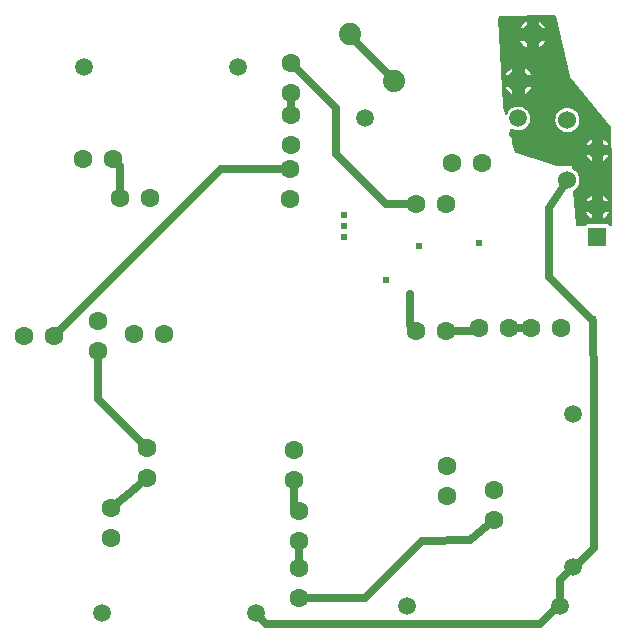
<source format=gtl>
G04 Layer: TopLayer*
G04 EasyEDA v6.5.44, 2024-09-01 12:15:54*
G04 53d8b5472e5b460ebcb2cbf6e45b9b15,9332716679504667801b7cb99b0421ba,10*
G04 Gerber Generator version 0.2*
G04 Scale: 100 percent, Rotated: No, Reflected: No *
G04 Dimensions in millimeters *
G04 leading zeros omitted , absolute positions ,4 integer and 5 decimal *
%FSLAX45Y45*%
%MOMM*%

%ADD10C,0.6350*%
%ADD11C,1.5240*%
%ADD12C,1.6000*%
%ADD13C,1.5000*%
%ADD14C,1.8796*%
%ADD15R,1.6000X1.6000*%
%ADD16C,0.6200*%
%ADD17C,0.0165*%

%LPD*%
G36*
X5177993Y3568700D02*
G01*
X5174386Y3569360D01*
X5171236Y3571290D01*
X5168950Y3574186D01*
X5167884Y3577742D01*
X5156200Y3683254D01*
X5144262Y3868216D01*
X5144617Y3871671D01*
X5146141Y3874820D01*
X5148630Y3877259D01*
X5155946Y3882288D01*
X5166106Y3891432D01*
X5174894Y3901846D01*
X5182209Y3913327D01*
X5187950Y3925722D01*
X5192014Y3938727D01*
X5194249Y3952189D01*
X5194706Y3965803D01*
X5193385Y3979367D01*
X5190185Y3992626D01*
X5185308Y4005376D01*
X5178755Y4017314D01*
X5170678Y4028287D01*
X5161178Y4038092D01*
X5150459Y4046575D01*
X5134762Y4055922D01*
X5132628Y4058970D01*
X5131714Y4062577D01*
X5130850Y4075684D01*
X5129987Y4076700D01*
X5005628Y4076700D01*
X5002072Y4077360D01*
X4902047Y4114850D01*
X4653534Y4189425D01*
X4650486Y4190898D01*
X4648149Y4193286D01*
X4646676Y4196334D01*
X4623206Y4278528D01*
X4622800Y4281322D01*
X4622800Y4316984D01*
X4622088Y4318711D01*
X4601819Y4338980D01*
X4599736Y4342028D01*
X4598873Y4345686D01*
X4599381Y4349343D01*
X4609693Y4380230D01*
X4609033Y4383125D01*
X4607407Y4387291D01*
X4607763Y4391710D01*
X4609998Y4395622D01*
X4613656Y4398162D01*
X4618075Y4398873D01*
X4622393Y4397654D01*
X4633417Y4391609D01*
X4646015Y4386732D01*
X4659122Y4383633D01*
X4672533Y4382262D01*
X4685995Y4382719D01*
X4699254Y4384954D01*
X4712157Y4388967D01*
X4724400Y4394606D01*
X4735728Y4401870D01*
X4746040Y4410557D01*
X4755083Y4420565D01*
X4762703Y4431690D01*
X4768748Y4443730D01*
X4773168Y4456430D01*
X4775860Y4469638D01*
X4776774Y4483100D01*
X4775860Y4496562D01*
X4773168Y4509770D01*
X4768748Y4522470D01*
X4762703Y4534509D01*
X4755083Y4545634D01*
X4746040Y4555642D01*
X4735728Y4564329D01*
X4724400Y4571593D01*
X4712157Y4577232D01*
X4699254Y4581245D01*
X4685995Y4583480D01*
X4672533Y4583938D01*
X4659122Y4582566D01*
X4646015Y4579467D01*
X4633417Y4574590D01*
X4621631Y4568139D01*
X4610760Y4560163D01*
X4601057Y4550765D01*
X4592726Y4540199D01*
X4585868Y4528616D01*
X4581042Y4517237D01*
X4578604Y4513783D01*
X4574997Y4511598D01*
X4570780Y4511090D01*
X4566767Y4512310D01*
X4563567Y4515104D01*
X4561789Y4518914D01*
X4546803Y4583836D01*
X4546549Y4585614D01*
X4509008Y5336286D01*
X4509617Y5340299D01*
X4511700Y5343702D01*
X4515002Y5346090D01*
X4518914Y5346954D01*
X4982921Y5359196D01*
X4986324Y5358688D01*
X4989322Y5357114D01*
X4991658Y5354574D01*
X4993030Y5351424D01*
X5117846Y4839766D01*
X5118760Y4837836D01*
X5458917Y4409490D01*
X5460492Y4406696D01*
X5461152Y4403598D01*
X5474106Y4073144D01*
X5474106Y3578860D01*
X5473293Y3574948D01*
X5471109Y3571697D01*
X5467807Y3569462D01*
X5463946Y3568700D01*
X5457037Y3568700D01*
X5453684Y3569258D01*
X5450738Y3570935D01*
X5448452Y3573475D01*
X5446928Y3575913D01*
X5442813Y3580028D01*
X5437936Y3583076D01*
X5432450Y3585006D01*
X5426151Y3585718D01*
X5267248Y3585718D01*
X5260949Y3585006D01*
X5255463Y3583076D01*
X5250586Y3580028D01*
X5246471Y3575913D01*
X5244947Y3573475D01*
X5242661Y3570935D01*
X5239715Y3569258D01*
X5236362Y3568700D01*
G37*

%LPC*%
G36*
X5393029Y3638854D02*
G01*
X5399633Y3642106D01*
X5411165Y3649776D01*
X5421579Y3658920D01*
X5430723Y3669334D01*
X5438394Y3680866D01*
X5441645Y3687470D01*
X5393029Y3687470D01*
G37*
G36*
X5300370Y3638854D02*
G01*
X5300370Y3687470D01*
X5251754Y3687470D01*
X5255006Y3680866D01*
X5262676Y3669334D01*
X5271820Y3658920D01*
X5282234Y3649776D01*
X5293766Y3642106D01*
G37*
G36*
X5251754Y3780129D02*
G01*
X5300370Y3780129D01*
X5300370Y3828745D01*
X5293766Y3825494D01*
X5282234Y3817823D01*
X5271820Y3808679D01*
X5262676Y3798265D01*
X5255006Y3786733D01*
G37*
G36*
X5393029Y3780129D02*
G01*
X5441645Y3780129D01*
X5438394Y3786733D01*
X5430723Y3798265D01*
X5421579Y3808679D01*
X5411165Y3817823D01*
X5399633Y3825494D01*
X5393029Y3828745D01*
G37*
G36*
X5302250Y4124756D02*
G01*
X5302250Y4171950D01*
X5255056Y4171950D01*
X5257190Y4167327D01*
X5264505Y4155846D01*
X5273294Y4145432D01*
X5283454Y4136288D01*
X5294680Y4128566D01*
G37*
G36*
X5391150Y4124756D02*
G01*
X5398719Y4128566D01*
X5409946Y4136288D01*
X5420106Y4145432D01*
X5428894Y4155846D01*
X5436209Y4167327D01*
X5438343Y4171950D01*
X5391150Y4171950D01*
G37*
G36*
X5254904Y4260850D02*
G01*
X5302250Y4260850D01*
X5302250Y4308195D01*
X5300675Y4307535D01*
X5288940Y4300575D01*
X5278221Y4292092D01*
X5268722Y4282287D01*
X5260644Y4271314D01*
G37*
G36*
X5391150Y4260850D02*
G01*
X5438495Y4260850D01*
X5432755Y4271314D01*
X5424678Y4282287D01*
X5415178Y4292092D01*
X5404459Y4300575D01*
X5392724Y4307535D01*
X5391150Y4308195D01*
G37*
G36*
X5092700Y4368292D02*
G01*
X5106314Y4369206D01*
X5119674Y4371949D01*
X5132578Y4376420D01*
X5144719Y4382566D01*
X5155946Y4390288D01*
X5166106Y4399432D01*
X5174894Y4409846D01*
X5182209Y4421327D01*
X5187950Y4433722D01*
X5192014Y4446727D01*
X5194249Y4460189D01*
X5194706Y4473803D01*
X5193385Y4487367D01*
X5190185Y4500626D01*
X5185308Y4513376D01*
X5178755Y4525314D01*
X5170678Y4536287D01*
X5161178Y4546092D01*
X5150459Y4554575D01*
X5138724Y4561535D01*
X5126177Y4566818D01*
X5113020Y4570425D01*
X5099507Y4572254D01*
X5085892Y4572254D01*
X5072380Y4570425D01*
X5059222Y4566818D01*
X5046675Y4561535D01*
X5034940Y4554575D01*
X5024221Y4546092D01*
X5014722Y4536287D01*
X5006644Y4525314D01*
X5000091Y4513376D01*
X4995214Y4500626D01*
X4992014Y4487367D01*
X4990693Y4473803D01*
X4991150Y4460189D01*
X4993386Y4446727D01*
X4997450Y4433722D01*
X5003190Y4421327D01*
X5010505Y4409846D01*
X5019294Y4399432D01*
X5029454Y4390288D01*
X5040680Y4382566D01*
X5052822Y4376420D01*
X5065725Y4371949D01*
X5079085Y4369206D01*
G37*
G36*
X4731258Y4693259D02*
G01*
X4744110Y4700676D01*
X4755896Y4709566D01*
X4766462Y4719828D01*
X4775758Y4731359D01*
X4783531Y4743907D01*
X4785055Y4747260D01*
X4731258Y4747260D01*
G37*
G36*
X4624578Y4693513D02*
G01*
X4624578Y4747260D01*
X4570730Y4747260D01*
X4575962Y4737506D01*
X4584496Y4725466D01*
X4594453Y4714544D01*
X4605680Y4704943D01*
X4617974Y4696815D01*
G37*
G36*
X4570730Y4853940D02*
G01*
X4624578Y4853940D01*
X4624578Y4907686D01*
X4617974Y4904384D01*
X4605680Y4896256D01*
X4594453Y4886655D01*
X4584496Y4875733D01*
X4575962Y4863693D01*
G37*
G36*
X4731258Y4853940D02*
G01*
X4785055Y4853940D01*
X4783531Y4857292D01*
X4775758Y4869840D01*
X4766462Y4881372D01*
X4755896Y4891633D01*
X4744110Y4900523D01*
X4731258Y4907940D01*
G37*
G36*
X4854244Y5086959D02*
G01*
X4867097Y5094376D01*
X4878882Y5103266D01*
X4889500Y5113528D01*
X4898745Y5125059D01*
X4906518Y5137607D01*
X4908042Y5140960D01*
X4854244Y5140960D01*
G37*
G36*
X4747564Y5087213D02*
G01*
X4747564Y5140960D01*
X4693767Y5140960D01*
X4699000Y5131206D01*
X4707534Y5119166D01*
X4717440Y5108244D01*
X4728667Y5098643D01*
X4740960Y5090515D01*
G37*
G36*
X4693767Y5247640D02*
G01*
X4747564Y5247640D01*
X4747564Y5301386D01*
X4740960Y5298084D01*
X4728667Y5289956D01*
X4717440Y5280355D01*
X4707534Y5269433D01*
X4699000Y5257393D01*
G37*
G36*
X4854244Y5247640D02*
G01*
X4908042Y5247640D01*
X4906518Y5250992D01*
X4898745Y5263540D01*
X4889500Y5275072D01*
X4878882Y5285333D01*
X4867097Y5294223D01*
X4854244Y5301640D01*
G37*

%LPD*%
D10*
X4064035Y2679613D02*
G01*
X4318035Y2679613D01*
X4343435Y2705013D01*
X2781307Y1422407D02*
G01*
X2781307Y1193807D01*
X2819407Y1155707D01*
X2819407Y901707D02*
G01*
X2819407Y673107D01*
X2819400Y419100D02*
G01*
X3377438Y419100D01*
X3860038Y901700D01*
X4267200Y914400D01*
X4470400Y1079500D01*
X1231907Y1181107D02*
G01*
X1397000Y1320800D01*
X1536707Y1435107D01*
X1536700Y1689100D02*
G01*
X1117600Y2108200D01*
X1117600Y2514600D01*
X4597400Y2705100D02*
G01*
X4787900Y2705100D01*
X5141188Y670813D02*
G01*
X5318988Y848613D01*
X5318988Y2171700D01*
X5306288Y2768600D01*
X3759200Y2908774D02*
G01*
X3759200Y2997200D01*
X3759200Y2840194D02*
G01*
X3759200Y2908774D01*
X3810035Y2679613D02*
G01*
X3759200Y2730449D01*
X3759200Y2840194D01*
X1244607Y4140192D02*
G01*
X1308107Y4076692D01*
X1308107Y3809992D01*
X749307Y2641592D02*
G01*
X2159007Y4051292D01*
X2743192Y4051292D01*
X2755892Y4698992D02*
G01*
X2755892Y4508492D01*
X2755892Y4952992D02*
G01*
X3136900Y4571984D01*
X3136900Y4178300D01*
X3555992Y3759207D01*
X3809992Y3759207D01*
X5090388Y3949700D02*
G01*
X4937988Y3721100D01*
X4937988Y3136900D01*
X5306288Y2768600D01*
X3248659Y5181600D02*
G01*
X3642359Y4787900D01*
X3625595Y4787900D01*
X2453411Y292100D02*
G01*
X2542311Y203200D01*
X4864100Y203200D01*
X5016500Y355600D01*
X5031511Y355600D01*
X5143500Y683488D02*
G01*
X5031511Y571500D01*
X5031511Y355600D01*
D11*
G01*
X5092700Y3962400D03*
G01*
X5346700Y4216400D03*
G01*
X5092700Y4470400D03*
D12*
G01*
X2781300Y1676400D03*
G01*
X2781300Y1422400D03*
G01*
X2819400Y1155700D03*
G01*
X2819400Y901700D03*
G01*
X2819400Y673100D03*
G01*
X2819400Y419100D03*
G01*
X4470400Y1079500D03*
G01*
X4470400Y1333500D03*
D13*
G01*
X3731488Y355600D03*
G01*
X5031511Y355600D03*
D12*
G01*
X3810025Y2679623D03*
G01*
X4064025Y2679623D03*
G01*
X4343425Y2705023D03*
G01*
X4597425Y2705023D03*
G01*
X4787900Y2705100D03*
G01*
X5041900Y2705100D03*
G01*
X4076700Y1536700D03*
G01*
X4076700Y1282700D03*
G01*
X1676450Y2654198D03*
G01*
X1422450Y2654198D03*
G01*
X1117600Y2768600D03*
G01*
X1117600Y2514600D03*
G01*
X1536700Y1689100D03*
G01*
X1536700Y1435100D03*
G01*
X1231900Y1181100D03*
G01*
X1231900Y927100D03*
G01*
X2743200Y3797300D03*
G01*
X2743200Y4051300D03*
G01*
X749300Y2641600D03*
G01*
X495300Y2641600D03*
G01*
X1562100Y3810000D03*
G01*
X1308100Y3810000D03*
G01*
X1244600Y4140200D03*
G01*
X990600Y4140200D03*
G01*
X2755900Y4254500D03*
G01*
X2755900Y4508500D03*
G01*
X2755900Y4699000D03*
G01*
X2755900Y4953000D03*
G01*
X3810000Y3759200D03*
G01*
X4064000Y3759200D03*
G01*
X4114800Y4102100D03*
G01*
X4368800Y4102100D03*
D14*
G01*
X3250895Y5194300D03*
G01*
X4800904Y5194300D03*
D13*
G01*
X1153388Y292100D03*
G01*
X2453411Y292100D03*
D14*
G01*
X3627907Y4800600D03*
G01*
X4677892Y4800600D03*
D13*
G01*
X1000988Y4914900D03*
G01*
X2301011Y4914900D03*
G01*
X3375888Y4483100D03*
G01*
X4675911Y4483100D03*
D15*
G01*
X5346700Y3479800D03*
D12*
G01*
X5346700Y3733800D03*
D13*
G01*
X5143500Y1983511D03*
G01*
X5143500Y683488D03*
D16*
G01*
X3556000Y3111500D03*
G01*
X3835400Y3403600D03*
G01*
X4343400Y3429000D03*
G01*
X5308600Y2781300D03*
G01*
X3759200Y2997200D03*
G01*
X3759200Y2908782D03*
G01*
X3759200Y2840202D03*
G01*
X3200400Y3479800D03*
G01*
X3200400Y3572332D03*
G01*
X3200400Y3663035D03*
M02*

</source>
